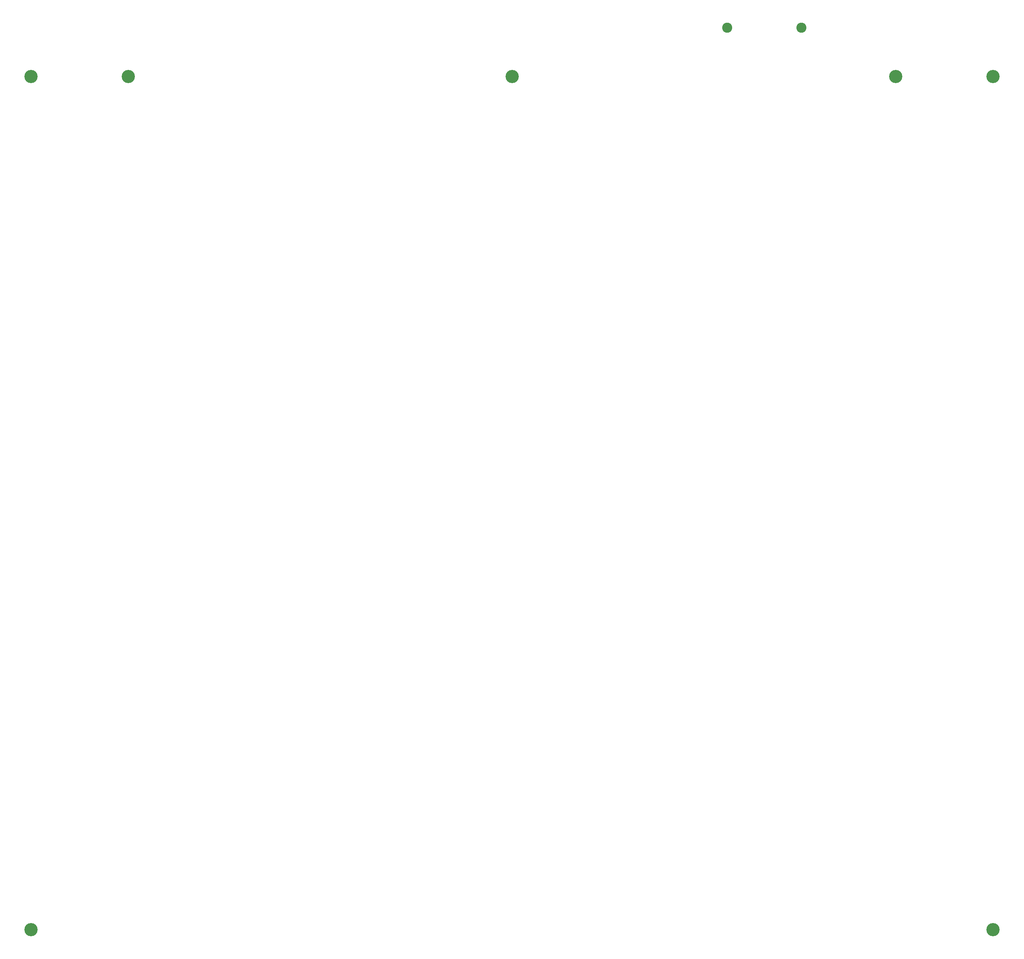
<source format=gbr>
*
%FSLAX26Y26*%
%MOIN*%
%ADD10C,0.102362*%
%ADD11C,0.133858*%
%IPPOS*%
%LNdrill.gbr*%
%LPD*%
G75*
G54D10*
X7984500Y9310600D03*
G54D10*
X7234500D03*
G54D11*
X9921250Y196250D03*
G54D11*
X196850D03*
G54D11*
Y8818350D03*
G54D11*
X1181100D03*
G54D11*
X5059050D03*
G54D11*
X8937000D03*
G54D11*
X9921250D03*
M02*

</source>
